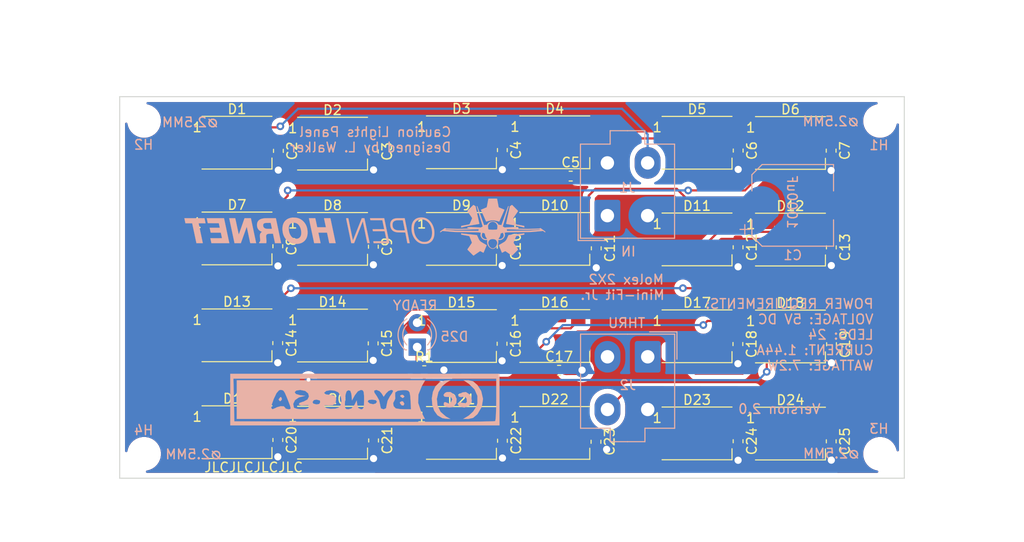
<source format=kicad_pcb>
(kicad_pcb (version 20211014) (generator pcbnew)
  (layers (0 "F.Cu" signal) (31 "B.Cu" signal) (34 "B.Paste" user) (35 "F.Paste" user) (36 "B.SilkS" user "B.Silkscreen") (37 "F.SilkS" user "F.Silkscreen") (38 "B.Mask" user) (39 "F.Mask" user) (44 "Edge.Cuts" user))
  (net 0 "")
  (net 1 "/LEDGND")
  (net 2 "/LED+5V")
  (net 3 "Net-(D1-Pad2)")
  (net 4 "Net-(D2-Pad2)")
  (net 5 "Net-(D3-Pad2)")
  (net 6 "Net-(D4-Pad2)")
  (net 7 "Net-(D5-Pad2)")
  (net 8 "Net-(D6-Pad2)")
  (net 9 "Net-(D7-Pad2)")
  (net 10 "Net-(D8-Pad2)")
  (net 11 "Net-(D10-Pad4)")
  (net 12 "Net-(D10-Pad2)")
  (net 13 "Net-(D11-Pad2)")
  (net 14 "Net-(D13-Pad2)")
  (net 15 "Net-(D14-Pad2)")
  (net 16 "Net-(D15-Pad2)")
  (net 17 "Net-(D16-Pad2)")
  (net 18 "Net-(D17-Pad2)")
  (net 19 "Net-(D18-Pad2)")
  (net 20 "Net-(D19-Pad2)")
  (net 21 "Net-(D20-Pad2)")
  (net 22 "Net-(D21-Pad2)")
  (net 23 "Net-(D22-Pad2)")
  (net 24 "Net-(D23-Pad2)")
  (net 25 "/DATAIN")
  (net 26 "/DATAOUT")
  (net 27 "/DATAOUT1")
  (net 28 "Net-(D25-Pad1)")
  (footprint "Mounting_Holes:MountingHole_2.5mm" (layer "F.Cu") (at 109.195 72.6004)
    (fp_text reference "MK1" hide)
    (fp_text value "Mounting_Hole")
  )
  (footprint "Mounting_Holes:MountingHole_2.5mm" (layer "F.Cu") (at 185.995 72.6004)
    (fp_text reference "MK2" hide)
    (fp_text value "Mounting_Hole")
  )
  (footprint "Mounting_Holes:MountingHole_2.5mm" (layer "F.Cu") (at 109.195 107.34)
    (fp_text reference "MK3" hide)
    (fp_text value "Mounting_Hole")
  )
  (footprint "Mounting_Holes:MountingHole_2.5mm" (layer "F.Cu") (at 185.995 107.34)
    (fp_text reference "MK4" hide)
    (fp_text value "Mounting_Hole")
  )
  (footprint "LED_SMD:LED_WS2812B_PLCC4_5.0x5.0mm_P3.2mm" (layer "F.Cu") (at 118.888 74.87)
    (fp_text reference "D1")
    (fp_text value "WS2812B")
  )
  (footprint "LED_SMD:LED_WS2812B_PLCC4_5.0x5.0mm_P3.2mm" (layer "F.Cu") (at 128.86 74.97)
    (fp_text reference "D2")
    (fp_text value "WS2812B")
  )
  (footprint "LED_SMD:LED_WS2812B_PLCC4_5.0x5.0mm_P3.2mm" (layer "F.Cu") (at 142.309 74.8284)
    (fp_text reference "D3")
    (fp_text value "WS2812B")
  )
  (footprint "LED_SMD:LED_WS2812B_PLCC4_5.0x5.0mm_P3.2mm" (layer "F.Cu") (at 152.051 74.8284)
    (fp_text reference "D4")
    (fp_text value "WS2812B")
  )
  (footprint "LED_SMD:LED_WS2812B_PLCC4_5.0x5.0mm_P3.2mm" (layer "F.Cu") (at 166.895 74.8784)
    (fp_text reference "D5")
    (fp_text value "WS2812B")
  )
  (footprint "LED_SMD:LED_WS2812B_PLCC4_5.0x5.0mm_P3.2mm" (layer "F.Cu") (at 176.645 74.8984)
    (fp_text reference "D6")
    (fp_text value "WS2812B")
  )
  (footprint "LED_SMD:LED_WS2812B_PLCC4_5.0x5.0mm_P3.2mm" (layer "F.Cu") (at 118.888 84.862)
    (fp_text reference "D7")
    (fp_text value "WS2812B")
  )
  (footprint "LED_SMD:LED_WS2812B_PLCC4_5.0x5.0mm_P3.2mm" (layer "F.Cu") (at 128.86 84.9122)
    (fp_text reference "D8")
    (fp_text value "WS2812B")
  )
  (footprint "LED_SMD:LED_WS2812B_PLCC4_5.0x5.0mm_P3.2mm" (layer "F.Cu") (at 142.309 84.912)
    (fp_text reference "D9")
    (fp_text value "WS2812B")
  )
  (footprint "LED_SMD:LED_WS2812B_PLCC4_5.0x5.0mm_P3.2mm" (layer "F.Cu") (at 152.051 84.912)
    (fp_text reference "D10")
    (fp_text value "WS2812B")
  )
  (footprint "LED_SMD:LED_WS2812B_PLCC4_5.0x5.0mm_P3.2mm" (layer "F.Cu") (at 166.895 84.9622)
    (fp_text reference "D11")
    (fp_text value "WS2812B")
  )
  (footprint "LED_SMD:LED_WS2812B_PLCC4_5.0x5.0mm_P3.2mm" (layer "F.Cu") (at 118.888 94.9712)
    (fp_text reference "D13")
    (fp_text value "WS2812B")
  )
  (footprint "LED_SMD:LED_WS2812B_PLCC4_5.0x5.0mm_P3.2mm" (layer "F.Cu") (at 128.86 94.9958)
    (fp_text reference "D14")
    (fp_text value "WS2812B")
  )
  (footprint "LED_SMD:LED_WS2812B_PLCC4_5.0x5.0mm_P3.2mm" (layer "F.Cu") (at 142.309 95.0466)
    (fp_text reference "D15")
    (fp_text value "WS2812B")
  )
  (footprint "LED_SMD:LED_WS2812B_PLCC4_5.0x5.0mm_P3.2mm" (layer "F.Cu") (at 152.051 95.0468)
    (fp_text reference "D16")
    (fp_text value "WS2812B")
  )
  (footprint "LED_SMD:LED_WS2812B_PLCC4_5.0x5.0mm_P3.2mm" (layer "F.Cu") (at 166.895 95.0714)
    (fp_text reference "D17")
    (fp_text value "WS2812B")
  )
  (footprint "LED_SMD:LED_WS2812B_PLCC4_5.0x5.0mm_P3.2mm" (layer "F.Cu") (at 176.645 95.0912)
    (fp_text reference "D18")
    (fp_text value "WS2812B")
  )
  (footprint "LED_SMD:LED_WS2812B_PLCC4_5.0x5.0mm_P3.2mm" (layer "F.Cu") (at 118.888 105.08)
    (fp_text reference "D19")
    (fp_text value "WS2812B")
  )
  (footprint "LED_SMD:LED_WS2812B_PLCC4_5.0x5.0mm_P3.2mm" (layer "F.Cu") (at 128.86 105.13)
    (fp_text reference "D20")
    (fp_text value "WS2812B")
  )
  (footprint "LED_SMD:LED_WS2812B_PLCC4_5.0x5.0mm_P3.2mm" (layer "F.Cu") (at 142.309 105.156)
    (fp_text reference "D21")
    (fp_text value "WS2812B")
  )
  (footprint "LED_SMD:LED_WS2812B_PLCC4_5.0x5.0mm_P3.2mm" (layer "F.Cu") (at 152.051 105.156)
    (fp_text reference "D22")
    (fp_text value "WS2812B")
  )
  (footprint "LED_SMD:LED_WS2812B_PLCC4_5.0x5.0mm_P3.2mm" (layer "F.Cu") (at 166.895 105.206)
    (fp_text reference "D23")
    (fp_text value "WS2812B")
  )
  (footprint "LED_SMD:LED_WS2812B_PLCC4_5.0x5.0mm_P3.2mm" (layer "F.Cu") (at 176.645 105.226)
    (fp_text reference "D24")
    (fp_text value "WS2812B")
  )
  (footprint "Capacitor_SMD:C_0603_1608Metric" (layer "F.Cu") (at 133.12 75.7825 -90)
    (fp_text reference "C3")
    (fp_text value "C")
  )
  (footprint "Capacitor_SMD:C_0603_1608Metric" (layer "F.Cu") (at 146.58 75.6425 -90)
    (fp_text reference "C4")
    (fp_text value "C")
  )
  (footprint "Capacitor_SMD:C_0603_1608Metric" (layer "F.Cu") (at 153.7125 78.36)
    (fp_text reference "C5")
    (fp_text value "C")
  )
  (footprint "Capacitor_SMD:C_0603_1608Metric" (layer "F.Cu") (at 171.19 75.6925 -90)
    (fp_text reference "C6")
    (fp_text value "C")
  )
  (footprint "Capacitor_SMD:C_0603_1608Metric" (layer "F.Cu") (at 180.89 75.7025 -90)
    (fp_text reference "C7")
    (fp_text value "C")
  )
  (footprint "Capacitor_SMD:C_0603_1608Metric" (layer "F.Cu") (at 123.15 85.6725 -90)
    (fp_text reference "C8")
    (fp_text value "C")
  )
  (footprint "Capacitor_SMD:C_0603_1608Metric" (layer "F.Cu") (at 133.12 85.7225 -90)
    (fp_text reference "C9")
    (fp_text value "C")
  )
  (footprint "Capacitor_SMD:C_0603_1608Metric" (layer "F.Cu") (at 146.56 85.7225 -90)
    (fp_text reference "C10")
    (fp_text value "C")
  )
  (footprint "Capacitor_SMD:C_0603_1608Metric" (layer "F.Cu") (at 156.38 85.8925 -90)
    (fp_text reference "C11")
    (fp_text value "C")
  )
  (footprint "Capacitor_SMD:C_0603_1608Metric" (layer "F.Cu") (at 171.18 85.7825 -90)
    (fp_text reference "C12")
    (fp_text value "C")
  )
  (footprint "Capacitor_SMD:C_0603_1608Metric" (layer "F.Cu") (at 180.91 85.7925 -90)
    (fp_text reference "C13")
    (fp_text value "C")
  )
  (footprint "Capacitor_SMD:C_0603_1608Metric" (layer "F.Cu") (at 123.14 95.7825 -90)
    (fp_text reference "C14")
    (fp_text value "C")
  )
  (footprint "Capacitor_SMD:C_0603_1608Metric" (layer "F.Cu") (at 133.1 95.8125 -90)
    (fp_text reference "C15")
    (fp_text value "C")
  )
  (footprint "Capacitor_SMD:C_0603_1608Metric" (layer "F.Cu") (at 146.55 95.8525 -90)
    (fp_text reference "C16")
    (fp_text value "C")
  )
  (footprint "Capacitor_SMD:C_0603_1608Metric" (layer "F.Cu") (at 152.5025 98.62)
    (fp_text reference "C17")
    (fp_text value "C")
  )
  (footprint "Capacitor_SMD:C_0603_1608Metric" (layer "F.Cu") (at 171.16 95.8825 -90)
    (fp_text reference "C18")
    (fp_text value "C")
  )
  (footprint "Capacitor_SMD:C_0603_1608Metric" (layer "F.Cu") (at 180.93 95.9025 -90)
    (fp_text reference "C19")
    (fp_text value "C")
  )
  (footprint "Capacitor_SMD:C_0603_1608Metric" (layer "F.Cu") (at 123.15 105.8925 -90)
    (fp_text reference "C20")
    (fp_text value "C")
  )
  (footprint "Capacitor_SMD:C_0603_1608Metric" (layer "F.Cu") (at 146.59 105.9725 -90)
    (fp_text reference "C22")
    (fp_text value "C")
  )
  (footprint "Capacitor_SMD:C_0603_1608Metric" (layer "F.Cu") (at 156.35 106.0825 -90)
    (fp_text reference "C23")
    (fp_text value "C")
  )
  (footprint "Capacitor_SMD:C_0603_1608Metric" (layer "F.Cu") (at 171.18 106.0225 -90)
    (fp_text reference "C24")
    (fp_text value "C")
  )
  (footprint "Capacitor_SMD:C_0603_1608Metric" (layer "F.Cu") (at 180.9 106.0325 -90)
    (fp_text reference "C25")
    (fp_text value "C")
  )
  (footprint "Resistor_SMD:R_0603_1608Metric" (layer "F.Cu") (at 138.4325 98.66)
    (fp_text reference "R1")
    (fp_text value "R")
  )
  (footprint "Capacitor_SMD:C_0603_1608Metric" (layer "F.Cu") (at 123.21 75.7225 -90)
    (fp_text reference "C2")
    (fp_text value "C")
  )
  (footprint "Capacitor_SMD:C_0603_1608Metric" (layer "F.Cu") (at 133.14 105.9425 -90)
    (fp_text reference "C21")
    (fp_text value "C")
  )
  (footprint "LED_SMD:LED_WS2812B_PLCC4_5.0x5.0mm_P3.2mm" (layer "F.Cu") (at 176.645 84.9822)
    (fp_text reference "D12")
    (fp_text value "WS2812B")
  )
  (footprint "Capacitor_SMD:CP_Elec_8x10" (layer "B.Cu") (at 176.88 81.41)
    (fp_text reference "C1")
    (fp_text value "C_Polarized")
  )
  (footprint "Connector_Molex:Molex_Mini-Fit_Jr_5566-04A_2x02_P4.20mm_Vertical" (layer "B.Cu") (at 157.54 82.48)
    (fp_text reference "J1")
    (fp_text value "Conn_01x04_Female")
  )
  (footprint "Connector_Molex:Molex_Mini-Fit_Jr_5566-04A_2x02_P4.20mm_Vertical" (layer "B.Cu") (at 161.75 97.21 180)
    (fp_text reference "J2")
    (fp_text value "Conn_01x04_Female")
  )
  (footprint "LED_THT:LED_D3.0mm" (layer "B.Cu") (at 137.69 96.2 90)
    (fp_text reference "D25")
    (fp_text value "LED")
  )
  (footprint "OH_General:OH_LOGO_37.7mm_5.9mm" (layer "B.Cu") (at 132.242676 83.68 180)
    (fp_text reference "G***" hide)
    (fp_text value "LOGO" hide)
  )
  (footprint "OH_General:CC-BY-NC-SA-Small" (layer "B.Cu") (at 132.32 101.68 180)
    (fp_text reference "G***" hide)
    (fp_text value "LOGO" hide)
  )
  (gr_line (start 106.6486 109.8846) (end 188.5246 109.8846) (layer "Edge.Cuts") (width 0.1))
  (gr_line (start 106.6486 70.0686) (end 106.6486 109.8846) (layer "Edge.Cuts") (width 0.1))
  (gr_line (start 188.5246 70.0686) (end 106.6486 70.0686) (layer "Edge.Cuts") (width 0.1))
  (gr_line (start 188.5246 109.8846) (end 188.5246 70.0686) (layer "Edge.Cuts") (width 0.1))
  (gr_text "H3" (at 185.8772 104.7242) (layer "B.SilkS") (effects (font (size 1 1)) (justify mirror)))
  (gr_text "POWER REQUIREMENTS:\nVOLTAGE: 5V DC\nLEDS: 24\nCURRENT: 1.44A\nWATTAGE: 7.2W" (at 185.4 94.91) (layer "B.SilkS") (effects (font (size 1 1)) (justify left mirror)))
  (gr_text "1000uF" (at 176.81 81.06 270) (layer "B.SilkS") (effects (font (size 1 1)) (justify mirror)))
  (gr_text "Molex 2X2 \nMini-Fit Jr." (at 159.12 89.96) (layer "B.SilkS") (effects (font (size 1 1)) (justify mirror)))
  (gr_text "THRU" (at 159.55 93.69) (layer "B.SilkS") (effects (font (size 1 1)) (justify mirror)))
  (gr_text "H2" (at 109.1438 75.0824) (layer "B.SilkS") (effects (font (size 1 1)) (justify mirror)))
  (gr_text "⌀2.5MM" (at 180.8734 72.644) (layer "B.SilkS") (effects (font (size 1 1)) (justify mirror)))
  (gr_text "Caution Lights Panel\nDesigned by L. Walker" (at 141.34 74.56) (layer "B.SilkS") (effects (font (size 1 1)) (justify left mirror)))
  (gr_text "H4" (at 109.1438 104.8766) (layer "B.SilkS") (effects (font (size 1 1)) (justify mirror)))
  (gr_text "⌀2.5MM" (at 114.0206 72.7456) (layer "B.SilkS") (effects (font (size 1 1)) (justify mirror)))
  (gr_text "Version 2.0" (at 175.49 102.66) (layer "B.SilkS") (effects (font (size 1 1)) (justify mirror)))
  (gr_text "H1" (at 185.8772 75.1332) (layer "B.SilkS") (effects (font (size 1 1)) (justify mirror)))
  (gr_text "⌀2.5MM" (at 114.3762 107.3912) (layer "B.SilkS") (effects (font (size 1 1)) (justify mirror)))
  (gr_text "⌀2.5MM" (at 180.9242 107.315) (layer "B.SilkS") (effects (font (size 1 1)) (justify mirror)))
  (gr_text "IN" (at 159.73 86.23) (layer "B.SilkS") (effects (font (size 1 1)) (justify mirror)))
  (gr_text "READY" (at 137.48 91.86) (layer "B.SilkS") (effects (font (size 1 1)) (justify mirror)))
  (gr_text "JLCJLCJLCJLC" (at 120.625 108.75) (layer "F.SilkS") (effects (font (size 1 1))))
  (segment (start 123.2 77.73) (end 123.21 77.72) (width 1) (layer "F.Cu") (net 1))
  (segment (start 133.14 77.71) (end 133.12 77.69) (width 1) (layer "F.Cu") (net 1))
  (segment (start 146.58 77.68) (end 146.58 77.66) (width 1) (layer "F.Cu") (net 1))
  (segment (start 171.19 77.66) (end 171.19 77.66) (width 1) (layer "F.Cu") (net 1))
  (segment (start 180.89 77.77) (end 180.89 77.77) (width 1) (layer "F.Cu") (net 1))
  (segment (start 123.16 87.73) (end 123.15 87.72) (width 1) (layer "F.Cu") (net 1))
  (segment (start 133.12 87.61) (end 133.12 87.6) (width 1) (layer "F.Cu") (net 1))
  (segment (start 146.56 87.69) (end 146.56 87.69) (width 1) (layer "F.Cu") (net 1))
  (segment (start 156.38 87.92) (end 156.38 87.92) (width 1) (layer "F.Cu") (net 1))
  (segment (start 171.18 87.82) (end 171.18 87.82) (width 1) (layer "F.Cu") (net 1))
  (segment (start 180.91 87.69) (end 180.91 87.69) (width 1) (layer "F.Cu") (net 1))
  (segment (start 123.14 97.83) (end 123.14 97.83) (width 1) (layer "F.Cu") (net 1))
  (segment (start 133.1 97.59) (end 133.1 97.59) (width 1) (layer "F.Cu") (net 1))
  (segment (start 146.55 97.63) (end 146.55 97.63) (width 1) (layer "F.Cu") (net 1))
  (segment (start 171.16 97.93) (end 171.16 97.93) (width 1) (layer "F.Cu") (net 1))
  (segment (start 180.92 97.84) (end 180.93 97.83) (width 1) (layer "F.Cu") (net 1))
  (segment (start 123.15 107.65) (end 123.15 107.65) (width 1) (layer "F.Cu") (net 1))
  (segment (start 146.59 107.78) (end 146.59 107.78) (width 1) (layer "F.Cu") (net 1))
  (segment (start 133.14 107.83) (end 133.14 107.82) (width 1) (layer "F.Cu") (net 1))
  (segment (start 157.46 106.87) (end 157.46 106.87) (width 1) (layer "F.Cu") (net 1))
  (segment (start 171.18 108.01) (end 171.18 108.01) (width 1) (layer "F.Cu") (net 1))
  (segment (start 180.91 108) (end 180.9 107.99) (width 1) (layer "F.Cu") (net 1))
  (segment (start 140.48 98.59) (end 140.48 98.59) (width 1) (layer "F.Cu") (net 1))
  (segment (start 154.9 98.61) (end 154.89 98.62) (width 1) (layer "F.Cu") (net 1))
  (segment (start 179.095 76.4984) (end 180.8816 76.4984) (width 1) (layer "F.Cu") (net 1))
  (segment (start 180.8816 76.4984) (end 180.89 76.49) (width 1) (layer "F.Cu") (net 1))
  (segment (start 123.21 76.51) (end 121.378 76.51) (width 1) (layer "F.Cu") (net 1))
  (segment (start 123.14 96.57) (end 123.14 97.83) (width 1) (layer "F.Cu") (net 1))
  (segment (start 153.29 97.8578) (end 154.501 96.6468) (width 1) (layer "F.Cu") (net 1))
  (segment (start 123.15 106.68) (end 123.15 107.65) (width 1) (layer "F.Cu") (net 1))
  (segment (start 180.91 86.58) (end 180.91 87.69) (width 1) (layer "F.Cu") (net 1))
  (segment (start 123.21 76.51) (end 123.2 77.73) (width 1) (layer "F.Cu") (net 1))
  (segment (start 169.345 96.6714) (end 171.1586 96.6714) (width 1) (layer "F.Cu") (net 1))
  (segment (start 171.19 76.48) (end 171.19 77.66) (width 1) (layer "F.Cu") (net 1))
  (segment (start 153.29 98.62) (end 153.29 97.8578) (width 1) (layer "F.Cu") (net 1))
  (segment (start 180.89 76.49) (end 180.89 77.77) (width 1) (layer "F.Cu") (net 1))
  (segment (start 131.31 86.5122) (end 133.1178 86.5122) (width 1) (layer "F.Cu") (net 1))
  (segment (start 131.3142 96.6) (end 131.31 96.5958) (width 1) (layer "F.Cu") (net 1))
  (segment (start 146.55 96.64) (end 146.55 97.63) (width 1) (layer "F.Cu") (net 1))
  (segment (start 146.5784 76.4284) (end 146.58 76.43) (width 1) (layer "F.Cu") (net 1))
  (segment (start 169.345 76.4784) (end 171.1884 76.4784) (width 1) (layer "F.Cu") (net 1))
  (segment (start 139.44 98.59) (end 140.48 98.59) (width 1) (layer "F.Cu") (net 1))
  (segment (start 133.1178 86.5122) (end 133.12 86.51) (width 1) (layer "F.Cu") (net 1))
  (segment (start 123.15 86.46) (end 123.16 87.73) (width 1) (layer "F.Cu") (net 1))
  (segment (start 133.1 96.6) (end 131.3142 96.6) (width 1) (layer "F.Cu") (net 1))
  (segment (start 144.759 106.756) (end 146.586 106.756) (width 1) (layer "F.Cu") (net 1))
  (segment (start 144.759 96.6466) (end 146.5434 96.6466) (width 1) (layer "F.Cu") (net 1))
  (segment (start 144.759 76.4284) (end 146.5784 76.4284) (width 1) (layer "F.Cu") (net 1))
  (segment (start 156.35 106.87) (end 157.46 106.87) (width 1) (layer "F.Cu") (net 1))
  (segment (start 133.14 106.73) (end 131.31 106.73) (width 1) (layer "F.Cu") (net 1))
  (segment (start 171.18 106.81) (end 171.18 108.01) (width 1) (layer "F.Cu") (net 1))
  (segment (start 156.38 86.68) (end 156.38 87.92) (width 1) (layer "F.Cu") (net 1))
  (segment (start 146.56 86.51) (end 146.56 87.69) (width 1) (layer "F.Cu") (net 1))
  (segment (start 156.212 86.512) (end 156.38 86.68) (width 1) (layer "F.Cu") (net 1))
  (segment (start 169.3528 86.57) (end 169.345 86.5622) (width 1) (layer "F.Cu") (net 1))
  (segment (start 180.894 106.826) (end 180.9 106.82) (width 1) (layer "F.Cu") (net 1))
  (segment (start 121.338 86.462) (end 123.148 86.462) (width 1) (layer "F.Cu") (net 1))
  (segment (start 179.095 86.5822) (end 180.9078 86.5822) (width 1) (layer "F.Cu") (net 1))
  (segment (start 180.9 106.82) (end 180.91 108) (width 1) (layer "F.Cu") (net 1))
  (segment (start 153.29 98.62) (end 154.9 98.61) (width 1) (layer "F.Cu") (net 1))
  (segment (start 121.378 76.51) (end 121.338 76.47) (width 1) (layer "F.Cu") (net 1))
  (segment (start 123.148 86.462) (end 123.15 86.46) (width 1) (layer "F.Cu") (net 1))
  (segment (start 179.095 106.826) (end 180.894 106.826) (width 1) (layer "F.Cu") (net 1))
  (segment (start 121.338 106.68) (end 123.15 106.68) (width 1) (layer "F.Cu") (net 1))
  (segment (start 139.37 98.66) (end 139.44 98.59) (width 1) (layer "F.Cu") (net 1))
  (segment (start 180.9078 86.5822) (end 180.91 86.58) (width 1) (layer "F.Cu") (net 1))
  (segment (start 133.1 96.6) (end 133.1 97.59) (width 1) (layer "F.Cu") (net 1))
  (segment (start 171.18 86.57) (end 169.3528 86.57) (width 1) (layer "F.Cu") (net 1))
  (segment (start 146.586 106.756) (end 146.59 106.76) (width 1) (layer "F.Cu") (net 1))
  (segment (start 171.18 86.57) (end 171.18 87.82) (width 1) (layer "F.Cu") (net 1))
  (segment (start 133.14 106.73) (end 133.14 107.83) (width 1) (layer "F.Cu") (net 1))
  (segment (start 144.761 86.51) (end 144.759 86.512) (width 1) (layer "F.Cu") (net 1))
  (segment (start 123.14 96.57) (end 121.3392 96.57) (width 1) (layer "F.Cu") (net 1))
  (segment (start 121.3392 96.57) (end 121.338 96.5712) (width 1) (layer "F.Cu") (net 1))
  (segment (start 154.5 78.36) (end 154.5 76.4294) (width 1) (layer "F.Cu") (net 1))
  (segment (start 139.22 98.66) (end 139.37 98.66) (width 1) (layer "F.Cu") (net 1))
  (segment (start 154.501 106.756) (end 156.236 106.756) (width 1) (layer "F.Cu") (net 1))
  (segment (start 154.501 86.512) (end 156.212 86.512) (width 1) (layer "F.Cu") (net 1))
  (segment (start 146.58 76.43) (end 146.58 77.68) (width 1) (layer "F.Cu") (net 1))
  (segment (start 146.59 106.76) (end 146.59 107.78) (width 1) (layer "F.Cu") (net 1))
  (segment (start 156.236 106.756) (end 156.35 106.87) (width 1) (layer "F.Cu") (net 1))
  (segment (start 131.31 76.57) (end 133.12 76.57) (width 1) (layer "F.Cu") (net 1))
  (segment (start 179.095 96.6912) (end 180.9288 96.6912) (width 1) (layer "F.Cu") (net 1))
  (segment (start 169.349 106.81) (end 169.345 106.806) (width 1) (layer "F.Cu") (net 1))
  (segment (start 180.9288 96.6912) (end 180.93 96.69) (width 1) (layer "F.Cu") (net 1))
  (segment (start 171.1586 96.6714) (end 171.16 96.67) (width 1) (layer "F.Cu") (net 1))
  (segment (start 154.5 76.4294) (end 154.501 76.4284) (width 1) (layer "F.Cu") (net 1))
  (segment (start 133.12 86.51) (end 133.12 87.61) (width 1) (layer "F.Cu") (net 1))
  (segment (start 146.56 86.51) (end 144.761 86.51) (width 1) (layer "F.Cu") (net 1))
  (segment (start 156.16 78.36) (end 157.54 76.98) (width 1) (layer "F.Cu") (net 1))
  (segment (start 146.5434 96.6466) (end 146.55 96.64) (width 1) (layer "F.Cu") (net 1))
  (segment (start 171.18 106.81) (end 169.349 106.81) (width 1) (layer "F.Cu") (net 1))
  (segment (start 180.93 96.69) (end 180.92 97.84) (width 1) (layer "F.Cu") (net 1))
  (segment (start 171.16 96.67) (end 171.16 97.93) (width 1) (layer "F.Cu") (net 1))
  (segment (start 133.12 76.57) (end 133.14 77.71) (width 1) (layer "F.Cu") (net 1))
  (segment (start 154.5 78.36) (end 156.16 78.36) (width 1) (layer "F.Cu") (net 1))
  (segment (start 171.1884 76.4784) (end 171.19 76.48) (width 1) (layer "F.Cu") (net 1))
  (via (at 123.15 107.65) (size 1.5) (drill 0.75) (layers "F.Cu" "B.Cu") (net 1))
  (via (at 146.56 87.69) (size 1.5) (drill 0.75) (layers "F.Cu" "B.Cu") (net 1))
  (via (at 140.48 98.59) (size 1.5) (drill 0.75) (layers "F.Cu" "B.Cu") (net 1))
  (via (at 171.18 108.01) (size 1.5) (drill 0.75) (layers "F.Cu" "B.Cu") (net 1))
  (via (at 146.59 107.78) (size 1.5) (drill 0.75) (layers "F.Cu" "B.Cu") (net 1))
  (via (at 146.55 97.63) (size 1.5) (drill 0.75) (layers "F.Cu" "B.Cu") (net 1))
  (via (at 133.14 107.83) (size 1.5) (drill 0.75) (layers "F.Cu" "B.Cu") (net 1))
  (via (at 180.92 97.84) (size 1.5) (drill 0.75) (layers "F.Cu" "B.Cu") (net 1))
  (via (at 156.38 87.92) (size 1.5) (drill 0.75) (layers "F.Cu" "B.Cu") (net 1))
  (via (at 180.91 87.69) (size 1.5) (drill 0.75) (layers "F.Cu" "B.Cu") (net 1))
  (via (at 133.12 87.61) (size 1.5) (drill 0.75) (layers "F.Cu" "B.Cu") (net 1))
  (via (at 171.16 97.93) (size 1.5) (drill 0.75) (layers "F.Cu" "B.Cu") (net 1))
  (via (at 180.91 108) (size 1.5) (drill 0.75) (layers "F.Cu" "B.Cu") (net 1))
  (via (at 171.18 87.82) (size 1.5) (drill 0.75) (layers "F.Cu" "B.Cu") (net 1))
  (via (at 123.2 77.73) (size 1.5) (drill 0.75) (layers "F.Cu" "B.Cu") (net 1))
  (via (at 123.16 87.73) (size 1.5) (drill 0.75) (layers "F.Cu" "B.Cu") (net 1))
  (via (at 123.14 97.83) (size 1.5) (drill 0.75) (layers "F.Cu" "B.Cu") (net 1))
  (via (at 154.9 98.61) (size 1.5) (drill 0.75) (layers "F.Cu" "B.Cu") (net 1))
  (via (at 171.19 77.66) (size 1.5) (drill 0.75) (layers "F.Cu" "B.Cu") (net 1))
  (via (at 157.46 106.87) (size 1.5) (drill 0.75) (layers "F.Cu" "B.Cu") (net 1))
  (via (at 146.58 77.68) (size 1.5) (drill 0.75) (layers "F.Cu" "B.Cu") (net 1))
  (via (at 133.14 77.71) (size 1.5) (drill 0.75) (layers "F.Cu" "B.Cu") (net 1))
  (via (at 133.1 97.59) (size 1.5) (drill 0.75) (layers "F.Cu" "B.Cu") (net 1))
  (via (at 180.89 77.77) (size 1.5) (drill 0.75) (layers "F.Cu" "B.Cu") (net 1))
  (segment (start 161.74 82.48) (end 172.56 82.48) (width 4) (layer "B.Cu") (net 2))
  (segment (start 172.56 82.48) (end 173.63 81.41) (width 4) (layer "B.Cu") (net 2))
  (segment (start 116.438 75.7414) (end 118.017299 74.162101) (width 0.2286) (layer "F.Cu") (net 3))
  (segment (start 118.017299 74.162101) (end 130.517899 74.162101) (width 0.2286) (layer "F.Cu") (net 3))
  (segment (start 130.517899 74.162101) (end 131.31 73.37) (width 0.2286) (layer "F.Cu") (net 3))
  (segment (start 116.438 76.47) (end 116.438 75.7414) (width 0.2286) (layer "F.Cu") (net 3))
  (segment (start 143.825299 74.162101) (end 144.759 73.2284) (width 0.2286) (layer "F.Cu") (net 4))
  (segment (start 131.897899 74.162101) (end 143.825299 74.162101) (width 0.2286) (layer "F.Cu") (net 4))
  (segment (start 129.49 76.57) (end 131.897899 74.162101) (width 0.2286) (layer "F.Cu") (net 4))
  (segment (start 126.41 76.57) (end 129.49 76.57) (width 0.2286) (layer "F.Cu") (net 4))
  (segment (start 139.859 76.4284) (end 143.0016 76.4284) (width 0.2286) (layer "F.Cu") (net 5))
  (segment (start 145.409499 74.020501) (end 153.708899 74.020501) (width 0.2286) (layer "F.Cu") (net 5))
  (segment (start 143.0016 76.4284) (end 145.409499 74.020501) (width 0.2286) (layer "F.Cu") (net 5))
  (segment (start 153.708899 74.020501) (end 154.501 73.2284) (width 0.2286) (layer "F.Cu") (net 5))
  (segment (start 168.196489 74.426911) (end 169.345 73.2784) (width 0.2286) (layer "F.Cu") (net 6))
  (segment (start 149.601 76.4284) (end 150.393101 75.636299) (width 0.2286) (layer "F.Cu") (net 6))
  (segment (start 150.393101 75.636299) (end 153.868883 75.636299) (width 0.2286) (layer "F.Cu") (net 6))
  (segment (start 149.601 76.4284) (end 149.601 76.831) (width 0.2286) (layer "F.Cu") (net 6))
  (segment (start 155.078271 74.426911) (end 168.196489 74.426911) (width 0.2286) (layer "F.Cu") (net 6))
  (segment (start 153.868883 75.636299) (end 155.078271 74.426911) (width 0.2286) (layer "F.Cu") (net 6))
  (segment (start 166.09008 74.83332) (end 170.064212 74.83332) (width 0.2286) (layer "F.Cu") (net 7))
  (segment (start 178.302899 74.090501) (end 179.095 73.2984) (width 0.2286) (layer "F.Cu") (net 7))
  (segment (start 170.807031 74.090501) (end 178.302899 74.090501) (width 0.2286) (layer "F.Cu") (net 7))
  (segment (start 170.064212 74.83332) (end 170.807031 74.090501) (width 0.2286) (layer "F.Cu") (net 7))
  (segment (start 164.445 76.4784) (end 166.09008 74.83332) (width 0.2286) (layer "F.Cu") (net 7))
  (segment (start 165.97 79.85) (end 165.97 79.85) (width 0.2286) (layer "F.Cu") (net 8))
  (segment (start 124.18 79.85) (end 124.18 80.42) (width 0.2286) (layer "F.Cu") (net 8))
  (segment (start 124.18 80.42) (end 121.338 83.262) (width 0.2286) (layer "F.Cu") (net 8))
  (segment (start 174.195 76.4984) (end 174.195 77.555) (width 0.2286) (layer "F.Cu") (net 8))
  (segment (start 174.195 77.555) (end 171.9 79.85) (width 0.2286) (layer "F.Cu") (net 8))
  (segment (start 171.9 79.85) (end 165.97 79.85) (width 0.2286) (layer "F.Cu") (net 8))
  (via (at 165.97 79.85) (size 0.8) (drill 0.4) (layers "F.Cu" "B.Cu") (net 8))
  (via (at 124.18 79.85) (size 0.8) (drill 0.4) (layers "F.Cu" "B.Cu") (net 8))
  (segment (start 124.18 79.85) (end 124.16 79.85) (width 0.2286) (layer "B.Cu") (net 8))
  (segment (start 165.97 79.85) (end 124.18 79.85) (width 0.2286) (layer "B.Cu") (net 8))
  (segment (start 130.517899 84.104301) (end 131.31 83.3122) (width 0.2286) (layer "F.Cu") (net 9))
  (segment (start 118.748101 88.772101) (end 123.660209 88.772101) (width 0.2286) (layer "F.Cu") (net 9))
  (segment (start 123.660209 88.772101) (end 125.367899 87.064411) (width 0.2286) (layer "F.Cu") (net 9))
  (segment (start 127.042117 84.104301) (end 130.517899 84.104301) (width 0.2286) (layer "F.Cu") (net 9))
  (segment (start 116.438 86.462) (end 118.748101 88.772101) (width 0.2286) (layer "F.Cu") (net 9))
  (segment (start 125.367899 87.064411) (end 125.367899 85.778519) (width 0.2286) (layer "F.Cu") (net 9))
  (segment (start 125.367899 85.778519) (end 127.042117 84.104301) (width 0.2286) (layer "F.Cu") (net 9))
  (segment (start 131.965699 84.104301) (end 143.966699 84.104301) (width 0.2286) (layer "F.Cu") (net 10))
  (segment (start 126.41 86.5122) (end 129.5578 86.5122) (width 0.2286) (layer "F.Cu") (net 10))
  (segment (start 129.5578 86.5122) (end 131.965699 84.104301) (width 0.2286) (layer "F.Cu") (net 10))
  (segment (start 143.966699 84.104301) (end 144.759 83.312) (width 0.2286) (layer "F.Cu") (net 10))
  (segment (start 145.265899 84.104101) (end 153.708899 84.104101) (width 0.2286) (layer "F.Cu") (net 11))
  (segment (start 153.708899 84.104101) (end 154.501 83.312) (width 0.2286) (layer "F.Cu") (net 11))
  (segment (start 142.858 86.512) (end 145.265899 84.104101) (width 0.2286) (layer "F.Cu") (net 11))
  (segment (start 139.859 86.512) (end 142.858 86.512) (width 0.2286) (layer "F.Cu") (net 11))
  (segment (start 155.603101 83.985681) (end 154.91414 84.674642) (width 0.2286) (layer "F.Cu") (net 12))
  (segment (start 155.603101 80.376899) (end 155.603101 83.985681) (width 0.2286) (layer "F.Cu") (net 12))
  (segment (start 169.345 83.3622) (end 168.45789 83.3622) (width 0.2286) (layer "F.Cu") (net 12))
  (segment (start 156.29 79.69) (end 155.603101 80.376899) (width 0.2286) (layer "F.Cu") (net 12))
  (segment (start 168.45789 83.3622) (end 164.78569 79.69) (width 0.2286) (layer "F.Cu") (net 12))
  (segment (start 164.78569 79.69) (end 156.29 79.69) (width 0.2286) (layer "F.Cu") (net 12))
  (segment (start 154.91414 84.674642) (end 151.438358 84.674642) (width 0.2286) (layer "F.Cu") (net 12))
  (segment (start 151.438358 84.674642) (end 149.601 86.512) (width 0.2286) (layer "F.Cu") (net 12))
  (segment (start 164.445 86.5622) (end 166.71975 86.5622) (width 0.2286) (layer "F.Cu") (net 13))
  (segment (start 169.107649 84.174301) (end 178.302899 84.174301) (width 0.2286) (layer "F.Cu") (net 13))
  (segment (start 178.302899 84.174301) (end 179.095 83.3822) (width 0.2286) (layer "F.Cu") (net 13))
  (segment (start 166.71975 86.5622) (end 169.107649 84.174301) (width 0.2286) (layer "F.Cu") (net 13))
  (segment (start 118.738901 98.872101) (end 123.640209 98.872101) (width 0.2286) (layer "F.Cu") (net 14))
  (segment (start 130.517899 94.187901) (end 131.31 93.3958) (width 0.2286) (layer "F.Cu") (net 14))
  (segment (start 116.438 96.5712) (end 118.738901 98.872101) (width 0.2286) (layer "F.Cu") (net 14))
  (segment (start 125.367899 95.862119) (end 127.042117 94.187901) (width 0.2286) (layer "F.Cu") (net 14))
  (segment (start 127.042117 94.187901) (end 130.517899 94.187901) (width 0.2286) (layer "F.Cu") (net 14))
  (segment (start 125.367899 97.144411) (end 125.367899 95.862119) (width 0.2286) (layer "F.Cu") (net 14))
  (segment (start 123.640209 98.872101) (end 125.367899 97.144411) (width 0.2286) (layer "F.Cu") (net 14))
  (segment (start 135.157789 94.187901) (end 137.067791 92.277899) (width 0.2286) (layer "F.Cu") (net 15))
  (segment (start 137.067791 92.277899) (end 143.590299 92.277899) (width 0.2286) (layer "F.Cu") (net 15))
  (segment (start 129.0742 96.5958) (end 131.482099 94.187901) (width 0.2286) (layer "F.Cu") (net 15))
  (segment (start 131.482099 94.187901) (end 135.157789 94.187901) (width 0.2286) (layer "F.Cu") (net 15))
  (segment (start 126.41 96.5958) (end 129.0742 96.5958) (width 0.2286) (layer "F.Cu") (net 15))
  (segment (start 143.590299 92.277899) (end 144.759 93.4466) (width 0.2286) (layer "F.Cu") (net 15))
  (segment (start 139.859 96.6466) (end 140.8376 96.6466) (width 0.2286) (layer "F.Cu") (net 16))
  (segment (start 147.050209 98.672101) (end 148.558899 97.163411) (width 0.2286) (layer "F.Cu") (net 16))
  (segment (start 150.233117 94.238901) (end 153.708899 94.238901) (width 0.2286) (layer "F.Cu") (net 16))
  (segment (start 142.863101 98.672101) (end 147.050209 98.672101) (width 0.2286) (layer "F.Cu") (net 16))
  (segment (start 148.558899 95.913119) (end 150.233117 94.238901) (width 0.2286) (layer "F.Cu") (net 16))
  (segment (start 148.558899 97.163411) (end 148.558899 95.913119) (width 0.2286) (layer "F.Cu") (net 16))
  (segment (start 153.708899 94.238901) (end 154.501 93.4468) (width 0.2286) (layer "F.Cu") (net 16))
  (segment (start 140.8376 96.6466) (end 142.863101 98.672101) (width 0.2286) (layer "F.Cu") (net 16))
  (segment (start 167.55 93.9) (end 167.55 93.9) (width 0.2286) (layer "F.Cu") (net 17))
  (segment (start 167.9786 93.4714) (end 167.55 93.9) (width 0.2286) (layer "F.Cu") (net 17))
  (segment (start 169.345 93.4714) (end 167.9786 93.4714) (width 0.2286) (layer "F.Cu") (net 17))
  (segment (start 149.601 96.6468) (end 150.1532 96.6468) (width 0.2286) (layer "F.Cu") (net 17))
  (segment (start 150.1532 96.6468) (end 151.16 95.64) (width 0.2286) (layer "F.Cu") (net 17))
  (via (at 151.16 95.64) (size 0.8) (drill 0.4) (layers "F.Cu" "B.Cu") (net 17))
  (via (at 167.55 93.9) (size 0.8) (drill 0.4) (layers "F.Cu" "B.Cu") (net 17))
  (segment (start 151.16 95.64) (end 151.16 95.64) (width 0.2286) (layer "B.Cu") (net 17))
  (segment (start 167.55 93.9) (end 152.9 93.9) (width 0.2286) (layer "B.Cu") (net 17))
  (segment (start 152.9 93.9) (end 151.16 95.64) (width 0.2286) (layer "B.Cu") (net 17))
  (segment (start 173.152899 95.957519) (end 174.827117 94.283301) (width 0.2286) (layer "F.Cu") (net 18))
  (segment (start 178.302899 94.283301) (end 179.095 93.4912) (width 0.2286) (layer "F.Cu") (net 18))
  (segment (start 174.827117 94.283301) (end 178.302899 94.283301) (width 0.2286) (layer "F.Cu") (net 18))
  (segment (start 164.445 96.6714) (end 166.745701 98.972101) (width 0.2286) (layer "F.Cu") (net 18))
  (segment (start 166.745701 98.972101) (end 171.660209 98.972101) (width 0.2286) (layer "F.Cu") (net 18))
  (segment (start 173.152899 97.479411) (end 173.152899 95.957519) (width 0.2286) (layer "F.Cu") (net 18))
  (segment (start 171.660209 98.972101) (end 173.152899 97.479411) (width 0.2286) (layer "F.Cu") (net 18))
  (segment (start 174.17 98.78) (end 174.17 98.78) (width 0.2286) (layer "F.Cu") (net 19))
  (segment (start 174.195 96.6912) (end 174.195 97.4198) (width 0.2286) (layer "F.Cu") (net 19))
  (segment (start 126.35 99.61) (end 125.208 99.61) (width 0.2286) (layer "F.Cu") (net 19))
  (segment (start 125.208 99.61) (end 121.338 103.48) (width 0.2286) (layer "F.Cu") (net 19))
  (segment (start 174.17 97.4448) (end 174.17 98.78) (width 0.2286) (layer "F.Cu") (net 19))
  (segment (start 174.195 97.4198) (end 174.17 97.4448) (width 0.2286) (layer "F.Cu") (net 19))
  (via (at 174.17 98.78) (size 0.8) (drill 0.4) (layers "F.Cu" "B.Cu") (net 19))
  (via (at 126.35 99.61) (size 0.8) (drill 0.4) (layers "F.Cu" "B.Cu") (net 19))
  (segment (start 126.35 99.61) (end 126.392101 99.652101) (width 0.2286) (layer "B.Cu") (net 19))
  (segment (start 173.297899 99.652101) (end 126.35 99.61) (width 0.2286) (layer "B.Cu") (net 19))
  (segment (start 174.17 98.78) (end 173.297899 99.652101) (width 0.2286) (layer "B.Cu") (net 19))
  (segment (start 125.367899 107.463681) (end 125.367899 105.996319) (width 0.2286) (layer "F.Cu") (net 20))
  (segment (start 116.438 106.68) (end 118.450101 108.692101) (width 0.2286) (layer "F.Cu") (net 20))
  (segment (start 125.367899 105.996319) (end 127.042117 104.322101) (width 0.2286) (layer "F.Cu") (net 20))
  (segment (start 118.450101 108.692101) (end 124.139479 108.692101) (width 0.2286) (layer "F.Cu") (net 20))
  (segment (start 130.517899 104.322101) (end 131.31 103.53) (width 0.2286) (layer "F.Cu") (net 20))
  (segment (start 124.139479 108.692101) (end 125.367899 107.463681) (width 0.2286) (layer "F.Cu") (net 20))
  (segment (start 127.042117 104.322101) (end 130.517899 104.322101) (width 0.2286) (layer "F.Cu") (net 20))
  (segment (start 143.966899 104.348101) (end 144.759 103.556) (width 0.2286) (layer "F.Cu") (net 21))
  (segment (start 128.68475 106.73) (end 131.066649 104.348101) (width 0.2286) (layer "F.Cu") (net 21))
  (segment (start 131.066649 104.348101) (end 143.966899 104.348101) (width 0.2286) (layer "F.Cu") (net 21))
  (segment (start 126.41 106.73) (end 128.68475 106.73) (width 0.2286) (layer "F.Cu") (net 21))
  (segment (start 143.054 106.756) (end 145.461899 104.348101) (width 0.2286) (layer "F.Cu") (net 22))
  (segment (start 153.708899 104.348101) (end 154.501 103.556) (width 0.2286) (layer "F.Cu") (net 22))
  (segment (start 145.461899 104.348101) (end 153.708899 104.348101) (width 0.2286) (layer "F.Cu") (net 22))
  (segment (start 139.859 106.756) (end 143.054 106.756) (width 0.2286) (layer "F.Cu") (net 22))
  (segment (start 169.345 103.775) (end 169.345 103.606) (width 0.2286) (layer "F.Cu") (net 23))
  (segment (start 149.601 106.756) (end 150.935 108.09) (width 0.2286) (layer "F.Cu") (net 23))
  (segment (start 150.935 108.09) (end 160.89 108.09) (width 0.2286) (layer "F.Cu") (net 23))
  (segment (start 163.195 105.785) (end 167.335 105.785) (width 0.2286) (layer "F.Cu") (net 23))
  (segment (start 167.335 105.785) (end 169.345 103.775) (width 0.2286) (layer "F.Cu") (net 23))
  (segment (start 160.89 108.09) (end 163.195 105.785) (width 0.2286) (layer "F.Cu") (net 23))
  (segment (start 164.445 106.806) (end 164.445 107.5346) (width 0.2286) (layer "F.Cu") (net 24))
  (segment (start 164.445 107.5346) (end 166.0804 109.17) (width 0.2286) (layer "F.Cu") (net 24))
  (segment (start 166.0804 109.17) (end 175.5 109.17) (width 0.2286) (layer "F.Cu") (net 24))
  (segment (start 178.0205 104.7005) (end 179.095 103.626) (width 0.2286) (layer "F.Cu") (net 24))
  (segment (start 178.0205 106.6495) (end 178.0205 104.7005) (width 0.2286) (layer "F.Cu") (net 24))
  (segment (start 175.5 109.17) (end 178.0205 106.6495) (width 0.2286) (layer "F.Cu") (net 24))
  (segment (start 123.3 73.27) (end 123.41 73.16) (width 0.2286) (layer "F.Cu") (net 25))
  (segment (start 121.338 73.27) (end 123.3 73.27) (width 0.2286) (layer "F.Cu") (net 25))
  (via (at 123.41 73.16) (size 0.8) (drill 0.4) (layers "F.Cu" "B.Cu") (net 25))
  (segment (start 123.41 73.16) (end 123.43 73.16) (width 0.2286) (layer "B.Cu") (net 25))
  (segment (start 161.74 76.98) (end 161.74 74) (width 0.2286) (layer "B.Cu") (net 25))
  (segment (start 161.74 74) (end 159.07 71.33) (width 0.2286) (layer "B.Cu") (net 25))
  (segment (start 159.07 71.33) (end 125.26 71.33) (width 0.2286) (layer "B.Cu") (net 25))
  (segment (start 125.26 71.33) (end 123.41 73.16) (width 0.2286) (layer "B.Cu") (net 25))
  (segment (start 174.195 106.826) (end 175.237101 105.783899) (width 0.2286) (layer "F.Cu") (net 26))
  (segment (start 175.237101 105.783899) (end 175.237101 102.892319) (width 0.2286) (layer "F.Cu") (net 26))
  (segment (start 159.67 100.59) (end 157.55 102.71) (width 0.2286) (layer "F.Cu") (net 26))
  (segment (start 172.934782 100.59) (end 159.67 100.59) (width 0.2286) (layer "F.Cu") (net 26))
  (segment (start 175.237101 102.892319) (end 172.934782 100.59) (width 0.2286) (layer "F.Cu") (net 26))
  (segment (start 165.42 90.05) (end 165.45 90.08) (width 0.2286) (layer "F.Cu") (net 27))
  (segment (start 124.52 90.06) (end 121.338 93.242) (width 0.2286) (layer "F.Cu") (net 27))
  (segment (start 174.195 87.695) (end 171.81 90.08) (width 0.2286) (layer "F.Cu") (net 27))
  (segment (start 171.81 90.08) (end 165.42 90.05) (width 0.2286) (layer "F.Cu") (net 27))
  (segment (start 174.195 86.5822) (end 174.195 87.695) (width 0.2286) (layer "F.Cu") (net 27))
  (segment (start 121.338 93.242) (end 121.338 93.3712) (width 0.2286) (layer "F.Cu") (net 27))
  (via (at 124.52 90.06) (size 0.8) (drill 0.4) (layers "F.Cu" "B.Cu") (net 27))
  (via (at 165.42 90.05) (size 0.8) (drill 0.4) (layers "F.Cu" "B.Cu") (net 27))
  (segment (start 124.52 90.06) (end 124.53 90.05) (width 0.2286) (layer "B.Cu") (net 27))
  (segment (start 165.42 90.05) (end 124.52 90.06) (width 0.2286) (layer "B.Cu") (net 27))
  (segment (start 137.64 98.655) (end 137.645 98.66) (width 0.2286) (layer "F.Cu") (net 28))
  (segment (start 137.64 96.01) (end 137.64 98.655) (width 0.2286) (layer "F.Cu") (net 28))
  (zone (net 2) (net_name "/LED+5V") (layer "F.Cu") (connect_pads yes (clearance 0.508)) (min_thickness 0.254) (fill yes (thermal_gap 0.508) (thermal_bridge_width 0.508))
    (polygon (pts (xy 188.93 69.66) (xy 189.02 110.33) (xy 106.14 110.42) (xy 106.23 69.48)))
  )
  (zone (net 1) (net_name "/LEDGND") (layer "B.Cu") (connect_pads yes (clearance 0.508)) (min_thickness 0.254) (fill yes (thermal_gap 0.508) (thermal_bridge_width 0.508))
    (polygon (pts (xy 189.07 69.57) (xy 189.12 110.49) (xy 106.06 110.5) (xy 105.87 69.21)))
  )
)
</source>
